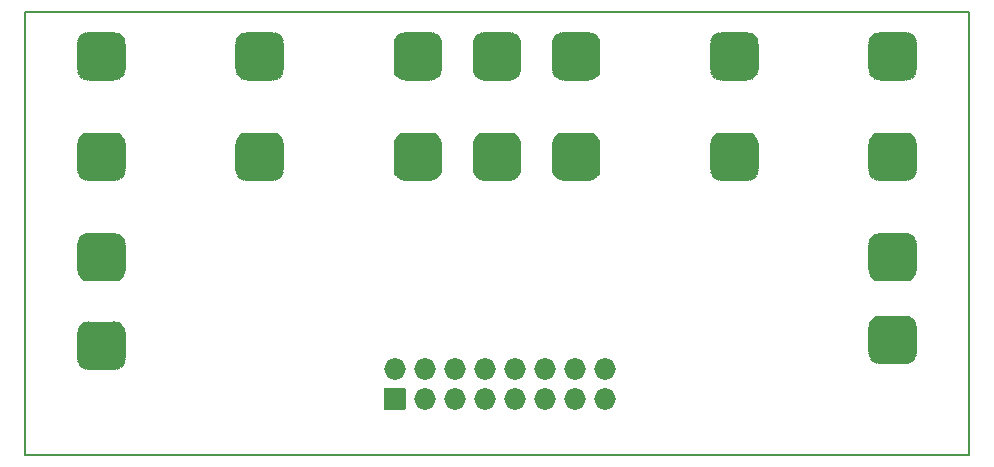
<source format=gbr>
G04 #@! TF.GenerationSoftware,KiCad,Pcbnew,(5.1.7-0-10_14)*
G04 #@! TF.CreationDate,2021-05-07T19:31:10+02:00*
G04 #@! TF.ProjectId,National Keyboard Mux Board,4e617469-6f6e-4616-9c20-4b6579626f61,rev?*
G04 #@! TF.SameCoordinates,Original*
G04 #@! TF.FileFunction,Soldermask,Bot*
G04 #@! TF.FilePolarity,Negative*
%FSLAX46Y46*%
G04 Gerber Fmt 4.6, Leading zero omitted, Abs format (unit mm)*
G04 Created by KiCad (PCBNEW (5.1.7-0-10_14)) date 2021-05-07 19:31:10*
%MOMM*%
%LPD*%
G01*
G04 APERTURE LIST*
G04 #@! TA.AperFunction,Profile*
%ADD10C,0.150000*%
G04 #@! TD*
%ADD11O,1.829200X1.829200*%
%ADD12C,0.100000*%
G04 APERTURE END LIST*
D10*
X70000000Y-102250000D02*
X70000000Y-64750000D01*
X150000000Y-102250000D02*
X70000000Y-102250000D01*
X150000000Y-64750000D02*
X150000000Y-102250000D01*
X70000000Y-64750000D02*
X150000000Y-64750000D01*
X70000000Y-102250000D02*
X70000000Y-64750000D01*
X150000000Y-102250000D02*
X70000000Y-102250000D01*
X150000000Y-64750000D02*
X150000000Y-102250000D01*
X70000000Y-64750000D02*
X150000000Y-64750000D01*
G36*
G01*
X102209600Y-98414600D02*
X100482400Y-98414600D01*
G75*
G02*
X100431400Y-98363600I0J51000D01*
G01*
X100431400Y-96636400D01*
G75*
G02*
X100482400Y-96585400I51000J0D01*
G01*
X102209600Y-96585400D01*
G75*
G02*
X102260600Y-96636400I0J-51000D01*
G01*
X102260600Y-98363600D01*
G75*
G02*
X102209600Y-98414600I-51000J0D01*
G01*
G37*
D11*
X101346000Y-94960000D03*
X103886000Y-97500000D03*
X103886000Y-94960000D03*
X106426000Y-97500000D03*
X106426000Y-94960000D03*
X108966000Y-97500000D03*
X108966000Y-94960000D03*
X111506000Y-97500000D03*
X111506000Y-94960000D03*
X114046000Y-97500000D03*
X114046000Y-94960000D03*
X116586000Y-97500000D03*
X116586000Y-94960000D03*
X119126000Y-97500000D03*
X119126000Y-94960000D03*
G36*
G01*
X74449000Y-86525500D02*
X74449000Y-84474500D01*
G75*
G02*
X75474500Y-83449000I1025500J0D01*
G01*
X77525500Y-83449000D01*
G75*
G02*
X78551000Y-84474500I0J-1025500D01*
G01*
X78551000Y-86525500D01*
G75*
G02*
X77525500Y-87551000I-1025500J0D01*
G01*
X75474500Y-87551000D01*
G75*
G02*
X74449000Y-86525500I0J1025500D01*
G01*
G37*
G36*
G01*
X74449000Y-94025500D02*
X74449000Y-91974500D01*
G75*
G02*
X75474500Y-90949000I1025500J0D01*
G01*
X77525500Y-90949000D01*
G75*
G02*
X78551000Y-91974500I0J-1025500D01*
G01*
X78551000Y-94025500D01*
G75*
G02*
X77525500Y-95051000I-1025500J0D01*
G01*
X75474500Y-95051000D01*
G75*
G02*
X74449000Y-94025500I0J1025500D01*
G01*
G37*
G36*
G01*
X74449000Y-69525500D02*
X74449000Y-67474500D01*
G75*
G02*
X75474500Y-66449000I1025500J0D01*
G01*
X77525500Y-66449000D01*
G75*
G02*
X78551000Y-67474500I0J-1025500D01*
G01*
X78551000Y-69525500D01*
G75*
G02*
X77525500Y-70551000I-1025500J0D01*
G01*
X75474500Y-70551000D01*
G75*
G02*
X74449000Y-69525500I0J1025500D01*
G01*
G37*
G36*
G01*
X74449000Y-78025500D02*
X74449000Y-75974500D01*
G75*
G02*
X75474500Y-74949000I1025500J0D01*
G01*
X77525500Y-74949000D01*
G75*
G02*
X78551000Y-75974500I0J-1025500D01*
G01*
X78551000Y-78025500D01*
G75*
G02*
X77525500Y-79051000I-1025500J0D01*
G01*
X75474500Y-79051000D01*
G75*
G02*
X74449000Y-78025500I0J1025500D01*
G01*
G37*
G36*
G01*
X87849000Y-69525500D02*
X87849000Y-67474500D01*
G75*
G02*
X88874500Y-66449000I1025500J0D01*
G01*
X90925500Y-66449000D01*
G75*
G02*
X91951000Y-67474500I0J-1025500D01*
G01*
X91951000Y-69525500D01*
G75*
G02*
X90925500Y-70551000I-1025500J0D01*
G01*
X88874500Y-70551000D01*
G75*
G02*
X87849000Y-69525500I0J1025500D01*
G01*
G37*
G36*
G01*
X87849000Y-78025500D02*
X87849000Y-75974500D01*
G75*
G02*
X88874500Y-74949000I1025500J0D01*
G01*
X90925500Y-74949000D01*
G75*
G02*
X91951000Y-75974500I0J-1025500D01*
G01*
X91951000Y-78025500D01*
G75*
G02*
X90925500Y-79051000I-1025500J0D01*
G01*
X88874500Y-79051000D01*
G75*
G02*
X87849000Y-78025500I0J1025500D01*
G01*
G37*
G36*
G01*
X101249000Y-69525500D02*
X101249000Y-67474500D01*
G75*
G02*
X102274500Y-66449000I1025500J0D01*
G01*
X104325500Y-66449000D01*
G75*
G02*
X105351000Y-67474500I0J-1025500D01*
G01*
X105351000Y-69525500D01*
G75*
G02*
X104325500Y-70551000I-1025500J0D01*
G01*
X102274500Y-70551000D01*
G75*
G02*
X101249000Y-69525500I0J1025500D01*
G01*
G37*
G36*
G01*
X101249000Y-78025500D02*
X101249000Y-75974500D01*
G75*
G02*
X102274500Y-74949000I1025500J0D01*
G01*
X104325500Y-74949000D01*
G75*
G02*
X105351000Y-75974500I0J-1025500D01*
G01*
X105351000Y-78025500D01*
G75*
G02*
X104325500Y-79051000I-1025500J0D01*
G01*
X102274500Y-79051000D01*
G75*
G02*
X101249000Y-78025500I0J1025500D01*
G01*
G37*
G36*
G01*
X114649000Y-69525500D02*
X114649000Y-67474500D01*
G75*
G02*
X115674500Y-66449000I1025500J0D01*
G01*
X117725500Y-66449000D01*
G75*
G02*
X118751000Y-67474500I0J-1025500D01*
G01*
X118751000Y-69525500D01*
G75*
G02*
X117725500Y-70551000I-1025500J0D01*
G01*
X115674500Y-70551000D01*
G75*
G02*
X114649000Y-69525500I0J1025500D01*
G01*
G37*
G36*
G01*
X114649000Y-78025500D02*
X114649000Y-75974500D01*
G75*
G02*
X115674500Y-74949000I1025500J0D01*
G01*
X117725500Y-74949000D01*
G75*
G02*
X118751000Y-75974500I0J-1025500D01*
G01*
X118751000Y-78025500D01*
G75*
G02*
X117725500Y-79051000I-1025500J0D01*
G01*
X115674500Y-79051000D01*
G75*
G02*
X114649000Y-78025500I0J1025500D01*
G01*
G37*
G36*
G01*
X128049000Y-69525500D02*
X128049000Y-67474500D01*
G75*
G02*
X129074500Y-66449000I1025500J0D01*
G01*
X131125500Y-66449000D01*
G75*
G02*
X132151000Y-67474500I0J-1025500D01*
G01*
X132151000Y-69525500D01*
G75*
G02*
X131125500Y-70551000I-1025500J0D01*
G01*
X129074500Y-70551000D01*
G75*
G02*
X128049000Y-69525500I0J1025500D01*
G01*
G37*
G36*
G01*
X128049000Y-78025500D02*
X128049000Y-75974500D01*
G75*
G02*
X129074500Y-74949000I1025500J0D01*
G01*
X131125500Y-74949000D01*
G75*
G02*
X132151000Y-75974500I0J-1025500D01*
G01*
X132151000Y-78025500D01*
G75*
G02*
X131125500Y-79051000I-1025500J0D01*
G01*
X129074500Y-79051000D01*
G75*
G02*
X128049000Y-78025500I0J1025500D01*
G01*
G37*
G36*
G01*
X141449000Y-69525500D02*
X141449000Y-67474500D01*
G75*
G02*
X142474500Y-66449000I1025500J0D01*
G01*
X144525500Y-66449000D01*
G75*
G02*
X145551000Y-67474500I0J-1025500D01*
G01*
X145551000Y-69525500D01*
G75*
G02*
X144525500Y-70551000I-1025500J0D01*
G01*
X142474500Y-70551000D01*
G75*
G02*
X141449000Y-69525500I0J1025500D01*
G01*
G37*
G36*
G01*
X141449000Y-78025500D02*
X141449000Y-75974500D01*
G75*
G02*
X142474500Y-74949000I1025500J0D01*
G01*
X144525500Y-74949000D01*
G75*
G02*
X145551000Y-75974500I0J-1025500D01*
G01*
X145551000Y-78025500D01*
G75*
G02*
X144525500Y-79051000I-1025500J0D01*
G01*
X142474500Y-79051000D01*
G75*
G02*
X141449000Y-78025500I0J1025500D01*
G01*
G37*
G36*
G01*
X141449000Y-86525500D02*
X141449000Y-84474500D01*
G75*
G02*
X142474500Y-83449000I1025500J0D01*
G01*
X144525500Y-83449000D01*
G75*
G02*
X145551000Y-84474500I0J-1025500D01*
G01*
X145551000Y-86525500D01*
G75*
G02*
X144525500Y-87551000I-1025500J0D01*
G01*
X142474500Y-87551000D01*
G75*
G02*
X141449000Y-86525500I0J1025500D01*
G01*
G37*
G36*
G01*
X141449000Y-93525500D02*
X141449000Y-91474500D01*
G75*
G02*
X142474500Y-90449000I1025500J0D01*
G01*
X144525500Y-90449000D01*
G75*
G02*
X145551000Y-91474500I0J-1025500D01*
G01*
X145551000Y-93525500D01*
G75*
G02*
X144525500Y-94551000I-1025500J0D01*
G01*
X142474500Y-94551000D01*
G75*
G02*
X141449000Y-93525500I0J1025500D01*
G01*
G37*
G36*
G01*
X107949000Y-69525500D02*
X107949000Y-67474500D01*
G75*
G02*
X108974500Y-66449000I1025500J0D01*
G01*
X111025500Y-66449000D01*
G75*
G02*
X112051000Y-67474500I0J-1025500D01*
G01*
X112051000Y-69525500D01*
G75*
G02*
X111025500Y-70551000I-1025500J0D01*
G01*
X108974500Y-70551000D01*
G75*
G02*
X107949000Y-69525500I0J1025500D01*
G01*
G37*
G36*
G01*
X107949000Y-78025500D02*
X107949000Y-75974500D01*
G75*
G02*
X108974500Y-74949000I1025500J0D01*
G01*
X111025500Y-74949000D01*
G75*
G02*
X112051000Y-75974500I0J-1025500D01*
G01*
X112051000Y-78025500D01*
G75*
G02*
X111025500Y-79051000I-1025500J0D01*
G01*
X108974500Y-79051000D01*
G75*
G02*
X107949000Y-78025500I0J1025500D01*
G01*
G37*
D12*
G36*
X74450990Y-94025304D02*
G01*
X74470675Y-94225170D01*
X74528919Y-94417173D01*
X74623499Y-94594121D01*
X74750783Y-94749217D01*
X74905879Y-94876501D01*
X75082827Y-94971081D01*
X75274830Y-95029325D01*
X75474696Y-95049010D01*
X75476322Y-95050175D01*
X75476126Y-95052165D01*
X75474500Y-95053000D01*
X75418140Y-95053000D01*
X75417944Y-95052990D01*
X75224052Y-95033893D01*
X75223667Y-95033817D01*
X75043124Y-94979050D01*
X75042762Y-94978900D01*
X74876380Y-94889967D01*
X74876054Y-94889749D01*
X74730215Y-94770062D01*
X74729938Y-94769785D01*
X74610251Y-94623946D01*
X74610033Y-94623620D01*
X74521100Y-94457238D01*
X74520950Y-94456876D01*
X74466183Y-94276333D01*
X74466107Y-94275948D01*
X74447010Y-94082056D01*
X74447000Y-94081860D01*
X74447000Y-94025500D01*
X74448000Y-94023768D01*
X74450000Y-94023768D01*
X74450990Y-94025304D01*
G37*
G36*
X78552165Y-94023874D02*
G01*
X78553000Y-94025500D01*
X78553000Y-94081860D01*
X78552990Y-94082056D01*
X78533893Y-94275948D01*
X78533817Y-94276333D01*
X78479050Y-94456876D01*
X78478900Y-94457238D01*
X78389967Y-94623620D01*
X78389749Y-94623946D01*
X78270062Y-94769785D01*
X78269785Y-94770062D01*
X78123946Y-94889749D01*
X78123620Y-94889967D01*
X77957238Y-94978900D01*
X77956876Y-94979050D01*
X77776333Y-95033817D01*
X77775948Y-95033893D01*
X77582056Y-95052990D01*
X77581860Y-95053000D01*
X77525500Y-95053000D01*
X77523768Y-95052000D01*
X77523768Y-95050000D01*
X77525304Y-95049010D01*
X77725170Y-95029325D01*
X77917173Y-94971081D01*
X78094121Y-94876501D01*
X78249217Y-94749217D01*
X78376501Y-94594121D01*
X78471081Y-94417173D01*
X78529325Y-94225170D01*
X78549010Y-94025304D01*
X78550175Y-94023678D01*
X78552165Y-94023874D01*
G37*
G36*
X141450990Y-93525304D02*
G01*
X141470675Y-93725170D01*
X141528919Y-93917173D01*
X141623499Y-94094121D01*
X141750783Y-94249217D01*
X141905879Y-94376501D01*
X142082827Y-94471081D01*
X142274830Y-94529325D01*
X142474696Y-94549010D01*
X142476322Y-94550175D01*
X142476126Y-94552165D01*
X142474500Y-94553000D01*
X142418140Y-94553000D01*
X142417944Y-94552990D01*
X142224052Y-94533893D01*
X142223667Y-94533817D01*
X142043124Y-94479050D01*
X142042762Y-94478900D01*
X141876380Y-94389967D01*
X141876054Y-94389749D01*
X141730215Y-94270062D01*
X141729938Y-94269785D01*
X141610251Y-94123946D01*
X141610033Y-94123620D01*
X141521100Y-93957238D01*
X141520950Y-93956876D01*
X141466183Y-93776333D01*
X141466107Y-93775948D01*
X141447010Y-93582056D01*
X141447000Y-93581860D01*
X141447000Y-93525500D01*
X141448000Y-93523768D01*
X141450000Y-93523768D01*
X141450990Y-93525304D01*
G37*
G36*
X145552165Y-93523874D02*
G01*
X145553000Y-93525500D01*
X145553000Y-93581860D01*
X145552990Y-93582056D01*
X145533893Y-93775948D01*
X145533817Y-93776333D01*
X145479050Y-93956876D01*
X145478900Y-93957238D01*
X145389967Y-94123620D01*
X145389749Y-94123946D01*
X145270062Y-94269785D01*
X145269785Y-94270062D01*
X145123946Y-94389749D01*
X145123620Y-94389967D01*
X144957238Y-94478900D01*
X144956876Y-94479050D01*
X144776333Y-94533817D01*
X144775948Y-94533893D01*
X144582056Y-94552990D01*
X144581860Y-94553000D01*
X144525500Y-94553000D01*
X144523768Y-94552000D01*
X144523768Y-94550000D01*
X144525304Y-94549010D01*
X144725170Y-94529325D01*
X144917173Y-94471081D01*
X145094121Y-94376501D01*
X145249217Y-94249217D01*
X145376501Y-94094121D01*
X145471081Y-93917173D01*
X145529325Y-93725170D01*
X145549010Y-93525304D01*
X145550175Y-93523678D01*
X145552165Y-93523874D01*
G37*
G36*
X75476232Y-90948000D02*
G01*
X75476232Y-90950000D01*
X75474696Y-90950990D01*
X75274830Y-90970675D01*
X75082827Y-91028919D01*
X74905879Y-91123499D01*
X74750783Y-91250783D01*
X74623499Y-91405879D01*
X74528919Y-91582827D01*
X74470675Y-91774830D01*
X74450990Y-91974696D01*
X74449825Y-91976322D01*
X74447835Y-91976126D01*
X74447000Y-91974500D01*
X74447000Y-91918140D01*
X74447010Y-91917944D01*
X74466107Y-91724052D01*
X74466183Y-91723667D01*
X74520950Y-91543124D01*
X74521100Y-91542762D01*
X74610033Y-91376380D01*
X74610251Y-91376054D01*
X74729938Y-91230215D01*
X74730215Y-91229938D01*
X74876054Y-91110251D01*
X74876380Y-91110033D01*
X75042762Y-91021100D01*
X75043124Y-91020950D01*
X75223667Y-90966183D01*
X75224052Y-90966107D01*
X75417944Y-90947010D01*
X75418140Y-90947000D01*
X75474500Y-90947000D01*
X75476232Y-90948000D01*
G37*
G36*
X77582056Y-90947010D02*
G01*
X77775948Y-90966107D01*
X77776333Y-90966183D01*
X77956876Y-91020950D01*
X77957238Y-91021100D01*
X78123620Y-91110033D01*
X78123946Y-91110251D01*
X78269785Y-91229938D01*
X78270062Y-91230215D01*
X78389749Y-91376054D01*
X78389967Y-91376380D01*
X78478900Y-91542762D01*
X78479050Y-91543124D01*
X78533817Y-91723667D01*
X78533893Y-91724052D01*
X78552990Y-91917944D01*
X78553000Y-91918140D01*
X78553000Y-91974500D01*
X78552000Y-91976232D01*
X78550000Y-91976232D01*
X78549010Y-91974696D01*
X78529325Y-91774830D01*
X78471081Y-91582827D01*
X78376501Y-91405879D01*
X78249217Y-91250783D01*
X78094121Y-91123499D01*
X77917173Y-91028919D01*
X77725170Y-90970675D01*
X77525304Y-90950990D01*
X77523678Y-90949825D01*
X77523874Y-90947835D01*
X77525500Y-90947000D01*
X77581860Y-90947000D01*
X77582056Y-90947010D01*
G37*
G36*
X142476232Y-90448000D02*
G01*
X142476232Y-90450000D01*
X142474696Y-90450990D01*
X142274830Y-90470675D01*
X142082827Y-90528919D01*
X141905879Y-90623499D01*
X141750783Y-90750783D01*
X141623499Y-90905879D01*
X141528919Y-91082827D01*
X141470675Y-91274830D01*
X141450990Y-91474696D01*
X141449825Y-91476322D01*
X141447835Y-91476126D01*
X141447000Y-91474500D01*
X141447000Y-91418140D01*
X141447010Y-91417944D01*
X141466107Y-91224052D01*
X141466183Y-91223667D01*
X141520950Y-91043124D01*
X141521100Y-91042762D01*
X141610033Y-90876380D01*
X141610251Y-90876054D01*
X141729938Y-90730215D01*
X141730215Y-90729938D01*
X141876054Y-90610251D01*
X141876380Y-90610033D01*
X142042762Y-90521100D01*
X142043124Y-90520950D01*
X142223667Y-90466183D01*
X142224052Y-90466107D01*
X142417944Y-90447010D01*
X142418140Y-90447000D01*
X142474500Y-90447000D01*
X142476232Y-90448000D01*
G37*
G36*
X144582056Y-90447010D02*
G01*
X144775948Y-90466107D01*
X144776333Y-90466183D01*
X144956876Y-90520950D01*
X144957238Y-90521100D01*
X145123620Y-90610033D01*
X145123946Y-90610251D01*
X145269785Y-90729938D01*
X145270062Y-90730215D01*
X145389749Y-90876054D01*
X145389967Y-90876380D01*
X145478900Y-91042762D01*
X145479050Y-91043124D01*
X145533817Y-91223667D01*
X145533893Y-91224052D01*
X145552990Y-91417944D01*
X145553000Y-91418140D01*
X145553000Y-91474500D01*
X145552000Y-91476232D01*
X145550000Y-91476232D01*
X145549010Y-91474696D01*
X145529325Y-91274830D01*
X145471081Y-91082827D01*
X145376501Y-90905879D01*
X145249217Y-90750783D01*
X145094121Y-90623499D01*
X144917173Y-90528919D01*
X144725170Y-90470675D01*
X144525304Y-90450990D01*
X144523678Y-90449825D01*
X144523874Y-90447835D01*
X144525500Y-90447000D01*
X144581860Y-90447000D01*
X144582056Y-90447010D01*
G37*
G36*
X141450990Y-86525304D02*
G01*
X141470675Y-86725170D01*
X141528919Y-86917173D01*
X141623499Y-87094121D01*
X141750783Y-87249217D01*
X141905879Y-87376501D01*
X142082827Y-87471081D01*
X142274830Y-87529325D01*
X142474696Y-87549010D01*
X142476322Y-87550175D01*
X142476126Y-87552165D01*
X142474500Y-87553000D01*
X142418140Y-87553000D01*
X142417944Y-87552990D01*
X142224052Y-87533893D01*
X142223667Y-87533817D01*
X142043124Y-87479050D01*
X142042762Y-87478900D01*
X141876380Y-87389967D01*
X141876054Y-87389749D01*
X141730215Y-87270062D01*
X141729938Y-87269785D01*
X141610251Y-87123946D01*
X141610033Y-87123620D01*
X141521100Y-86957238D01*
X141520950Y-86956876D01*
X141466183Y-86776333D01*
X141466107Y-86775948D01*
X141447010Y-86582056D01*
X141447000Y-86581860D01*
X141447000Y-86525500D01*
X141448000Y-86523768D01*
X141450000Y-86523768D01*
X141450990Y-86525304D01*
G37*
G36*
X145552165Y-86523874D02*
G01*
X145553000Y-86525500D01*
X145553000Y-86581860D01*
X145552990Y-86582056D01*
X145533893Y-86775948D01*
X145533817Y-86776333D01*
X145479050Y-86956876D01*
X145478900Y-86957238D01*
X145389967Y-87123620D01*
X145389749Y-87123946D01*
X145270062Y-87269785D01*
X145269785Y-87270062D01*
X145123946Y-87389749D01*
X145123620Y-87389967D01*
X144957238Y-87478900D01*
X144956876Y-87479050D01*
X144776333Y-87533817D01*
X144775948Y-87533893D01*
X144582056Y-87552990D01*
X144581860Y-87553000D01*
X144525500Y-87553000D01*
X144523768Y-87552000D01*
X144523768Y-87550000D01*
X144525304Y-87549010D01*
X144725170Y-87529325D01*
X144917173Y-87471081D01*
X145094121Y-87376501D01*
X145249217Y-87249217D01*
X145376501Y-87094121D01*
X145471081Y-86917173D01*
X145529325Y-86725170D01*
X145549010Y-86525304D01*
X145550175Y-86523678D01*
X145552165Y-86523874D01*
G37*
G36*
X78552165Y-86523874D02*
G01*
X78553000Y-86525500D01*
X78553000Y-86581860D01*
X78552990Y-86582056D01*
X78533893Y-86775948D01*
X78533817Y-86776333D01*
X78479050Y-86956876D01*
X78478900Y-86957238D01*
X78389967Y-87123620D01*
X78389749Y-87123946D01*
X78270062Y-87269785D01*
X78269785Y-87270062D01*
X78123946Y-87389749D01*
X78123620Y-87389967D01*
X77957238Y-87478900D01*
X77956876Y-87479050D01*
X77776333Y-87533817D01*
X77775948Y-87533893D01*
X77582056Y-87552990D01*
X77581860Y-87553000D01*
X77525500Y-87553000D01*
X77523768Y-87552000D01*
X77523768Y-87550000D01*
X77525304Y-87549010D01*
X77725170Y-87529325D01*
X77917173Y-87471081D01*
X78094121Y-87376501D01*
X78249217Y-87249217D01*
X78376501Y-87094121D01*
X78471081Y-86917173D01*
X78529325Y-86725170D01*
X78549010Y-86525304D01*
X78550175Y-86523678D01*
X78552165Y-86523874D01*
G37*
G36*
X74450990Y-86525304D02*
G01*
X74470675Y-86725170D01*
X74528919Y-86917173D01*
X74623499Y-87094121D01*
X74750783Y-87249217D01*
X74905879Y-87376501D01*
X75082827Y-87471081D01*
X75274830Y-87529325D01*
X75474696Y-87549010D01*
X75476322Y-87550175D01*
X75476126Y-87552165D01*
X75474500Y-87553000D01*
X75418140Y-87553000D01*
X75417944Y-87552990D01*
X75224052Y-87533893D01*
X75223667Y-87533817D01*
X75043124Y-87479050D01*
X75042762Y-87478900D01*
X74876380Y-87389967D01*
X74876054Y-87389749D01*
X74730215Y-87270062D01*
X74729938Y-87269785D01*
X74610251Y-87123946D01*
X74610033Y-87123620D01*
X74521100Y-86957238D01*
X74520950Y-86956876D01*
X74466183Y-86776333D01*
X74466107Y-86775948D01*
X74447010Y-86582056D01*
X74447000Y-86581860D01*
X74447000Y-86525500D01*
X74448000Y-86523768D01*
X74450000Y-86523768D01*
X74450990Y-86525304D01*
G37*
G36*
X75476232Y-83448000D02*
G01*
X75476232Y-83450000D01*
X75474696Y-83450990D01*
X75274830Y-83470675D01*
X75082827Y-83528919D01*
X74905879Y-83623499D01*
X74750783Y-83750783D01*
X74623499Y-83905879D01*
X74528919Y-84082827D01*
X74470675Y-84274830D01*
X74450990Y-84474696D01*
X74449825Y-84476322D01*
X74447835Y-84476126D01*
X74447000Y-84474500D01*
X74447000Y-84418140D01*
X74447010Y-84417944D01*
X74466107Y-84224052D01*
X74466183Y-84223667D01*
X74520950Y-84043124D01*
X74521100Y-84042762D01*
X74610033Y-83876380D01*
X74610251Y-83876054D01*
X74729938Y-83730215D01*
X74730215Y-83729938D01*
X74876054Y-83610251D01*
X74876380Y-83610033D01*
X75042762Y-83521100D01*
X75043124Y-83520950D01*
X75223667Y-83466183D01*
X75224052Y-83466107D01*
X75417944Y-83447010D01*
X75418140Y-83447000D01*
X75474500Y-83447000D01*
X75476232Y-83448000D01*
G37*
G36*
X142476232Y-83448000D02*
G01*
X142476232Y-83450000D01*
X142474696Y-83450990D01*
X142274830Y-83470675D01*
X142082827Y-83528919D01*
X141905879Y-83623499D01*
X141750783Y-83750783D01*
X141623499Y-83905879D01*
X141528919Y-84082827D01*
X141470675Y-84274830D01*
X141450990Y-84474696D01*
X141449825Y-84476322D01*
X141447835Y-84476126D01*
X141447000Y-84474500D01*
X141447000Y-84418140D01*
X141447010Y-84417944D01*
X141466107Y-84224052D01*
X141466183Y-84223667D01*
X141520950Y-84043124D01*
X141521100Y-84042762D01*
X141610033Y-83876380D01*
X141610251Y-83876054D01*
X141729938Y-83730215D01*
X141730215Y-83729938D01*
X141876054Y-83610251D01*
X141876380Y-83610033D01*
X142042762Y-83521100D01*
X142043124Y-83520950D01*
X142223667Y-83466183D01*
X142224052Y-83466107D01*
X142417944Y-83447010D01*
X142418140Y-83447000D01*
X142474500Y-83447000D01*
X142476232Y-83448000D01*
G37*
G36*
X77582056Y-83447010D02*
G01*
X77775948Y-83466107D01*
X77776333Y-83466183D01*
X77956876Y-83520950D01*
X77957238Y-83521100D01*
X78123620Y-83610033D01*
X78123946Y-83610251D01*
X78269785Y-83729938D01*
X78270062Y-83730215D01*
X78389749Y-83876054D01*
X78389967Y-83876380D01*
X78478900Y-84042762D01*
X78479050Y-84043124D01*
X78533817Y-84223667D01*
X78533893Y-84224052D01*
X78552990Y-84417944D01*
X78553000Y-84418140D01*
X78553000Y-84474500D01*
X78552000Y-84476232D01*
X78550000Y-84476232D01*
X78549010Y-84474696D01*
X78529325Y-84274830D01*
X78471081Y-84082827D01*
X78376501Y-83905879D01*
X78249217Y-83750783D01*
X78094121Y-83623499D01*
X77917173Y-83528919D01*
X77725170Y-83470675D01*
X77525304Y-83450990D01*
X77523678Y-83449825D01*
X77523874Y-83447835D01*
X77525500Y-83447000D01*
X77581860Y-83447000D01*
X77582056Y-83447010D01*
G37*
G36*
X144582056Y-83447010D02*
G01*
X144775948Y-83466107D01*
X144776333Y-83466183D01*
X144956876Y-83520950D01*
X144957238Y-83521100D01*
X145123620Y-83610033D01*
X145123946Y-83610251D01*
X145269785Y-83729938D01*
X145270062Y-83730215D01*
X145389749Y-83876054D01*
X145389967Y-83876380D01*
X145478900Y-84042762D01*
X145479050Y-84043124D01*
X145533817Y-84223667D01*
X145533893Y-84224052D01*
X145552990Y-84417944D01*
X145553000Y-84418140D01*
X145553000Y-84474500D01*
X145552000Y-84476232D01*
X145550000Y-84476232D01*
X145549010Y-84474696D01*
X145529325Y-84274830D01*
X145471081Y-84082827D01*
X145376501Y-83905879D01*
X145249217Y-83750783D01*
X145094121Y-83623499D01*
X144917173Y-83528919D01*
X144725170Y-83470675D01*
X144525304Y-83450990D01*
X144523678Y-83449825D01*
X144523874Y-83447835D01*
X144525500Y-83447000D01*
X144581860Y-83447000D01*
X144582056Y-83447010D01*
G37*
G36*
X145552165Y-78023874D02*
G01*
X145553000Y-78025500D01*
X145553000Y-78081860D01*
X145552990Y-78082056D01*
X145533893Y-78275948D01*
X145533817Y-78276333D01*
X145479050Y-78456876D01*
X145478900Y-78457238D01*
X145389967Y-78623620D01*
X145389749Y-78623946D01*
X145270062Y-78769785D01*
X145269785Y-78770062D01*
X145123946Y-78889749D01*
X145123620Y-78889967D01*
X144957238Y-78978900D01*
X144956876Y-78979050D01*
X144776333Y-79033817D01*
X144775948Y-79033893D01*
X144582056Y-79052990D01*
X144581860Y-79053000D01*
X144525500Y-79053000D01*
X144523768Y-79052000D01*
X144523768Y-79050000D01*
X144525304Y-79049010D01*
X144725170Y-79029325D01*
X144917173Y-78971081D01*
X145094121Y-78876501D01*
X145249217Y-78749217D01*
X145376501Y-78594121D01*
X145471081Y-78417173D01*
X145529325Y-78225170D01*
X145549010Y-78025304D01*
X145550175Y-78023678D01*
X145552165Y-78023874D01*
G37*
G36*
X132152165Y-78023874D02*
G01*
X132153000Y-78025500D01*
X132153000Y-78081860D01*
X132152990Y-78082056D01*
X132133893Y-78275948D01*
X132133817Y-78276333D01*
X132079050Y-78456876D01*
X132078900Y-78457238D01*
X131989967Y-78623620D01*
X131989749Y-78623946D01*
X131870062Y-78769785D01*
X131869785Y-78770062D01*
X131723946Y-78889749D01*
X131723620Y-78889967D01*
X131557238Y-78978900D01*
X131556876Y-78979050D01*
X131376333Y-79033817D01*
X131375948Y-79033893D01*
X131182056Y-79052990D01*
X131181860Y-79053000D01*
X131125500Y-79053000D01*
X131123768Y-79052000D01*
X131123768Y-79050000D01*
X131125304Y-79049010D01*
X131325170Y-79029325D01*
X131517173Y-78971081D01*
X131694121Y-78876501D01*
X131849217Y-78749217D01*
X131976501Y-78594121D01*
X132071081Y-78417173D01*
X132129325Y-78225170D01*
X132149010Y-78025304D01*
X132150175Y-78023678D01*
X132152165Y-78023874D01*
G37*
G36*
X118752165Y-78023874D02*
G01*
X118753000Y-78025500D01*
X118753000Y-78081860D01*
X118752990Y-78082056D01*
X118733893Y-78275948D01*
X118733817Y-78276333D01*
X118679050Y-78456876D01*
X118678900Y-78457238D01*
X118589967Y-78623620D01*
X118589749Y-78623946D01*
X118470062Y-78769785D01*
X118469785Y-78770062D01*
X118323946Y-78889749D01*
X118323620Y-78889967D01*
X118157238Y-78978900D01*
X118156876Y-78979050D01*
X117976333Y-79033817D01*
X117975948Y-79033893D01*
X117782056Y-79052990D01*
X117781860Y-79053000D01*
X117725500Y-79053000D01*
X117723768Y-79052000D01*
X117723768Y-79050000D01*
X117725304Y-79049010D01*
X117925170Y-79029325D01*
X118117173Y-78971081D01*
X118294121Y-78876501D01*
X118449217Y-78749217D01*
X118576501Y-78594121D01*
X118671081Y-78417173D01*
X118729325Y-78225170D01*
X118749010Y-78025304D01*
X118750175Y-78023678D01*
X118752165Y-78023874D01*
G37*
G36*
X112052165Y-78023874D02*
G01*
X112053000Y-78025500D01*
X112053000Y-78081860D01*
X112052990Y-78082056D01*
X112033893Y-78275948D01*
X112033817Y-78276333D01*
X111979050Y-78456876D01*
X111978900Y-78457238D01*
X111889967Y-78623620D01*
X111889749Y-78623946D01*
X111770062Y-78769785D01*
X111769785Y-78770062D01*
X111623946Y-78889749D01*
X111623620Y-78889967D01*
X111457238Y-78978900D01*
X111456876Y-78979050D01*
X111276333Y-79033817D01*
X111275948Y-79033893D01*
X111082056Y-79052990D01*
X111081860Y-79053000D01*
X111025500Y-79053000D01*
X111023768Y-79052000D01*
X111023768Y-79050000D01*
X111025304Y-79049010D01*
X111225170Y-79029325D01*
X111417173Y-78971081D01*
X111594121Y-78876501D01*
X111749217Y-78749217D01*
X111876501Y-78594121D01*
X111971081Y-78417173D01*
X112029325Y-78225170D01*
X112049010Y-78025304D01*
X112050175Y-78023678D01*
X112052165Y-78023874D01*
G37*
G36*
X105352165Y-78023874D02*
G01*
X105353000Y-78025500D01*
X105353000Y-78081860D01*
X105352990Y-78082056D01*
X105333893Y-78275948D01*
X105333817Y-78276333D01*
X105279050Y-78456876D01*
X105278900Y-78457238D01*
X105189967Y-78623620D01*
X105189749Y-78623946D01*
X105070062Y-78769785D01*
X105069785Y-78770062D01*
X104923946Y-78889749D01*
X104923620Y-78889967D01*
X104757238Y-78978900D01*
X104756876Y-78979050D01*
X104576333Y-79033817D01*
X104575948Y-79033893D01*
X104382056Y-79052990D01*
X104381860Y-79053000D01*
X104325500Y-79053000D01*
X104323768Y-79052000D01*
X104323768Y-79050000D01*
X104325304Y-79049010D01*
X104525170Y-79029325D01*
X104717173Y-78971081D01*
X104894121Y-78876501D01*
X105049217Y-78749217D01*
X105176501Y-78594121D01*
X105271081Y-78417173D01*
X105329325Y-78225170D01*
X105349010Y-78025304D01*
X105350175Y-78023678D01*
X105352165Y-78023874D01*
G37*
G36*
X91952165Y-78023874D02*
G01*
X91953000Y-78025500D01*
X91953000Y-78081860D01*
X91952990Y-78082056D01*
X91933893Y-78275948D01*
X91933817Y-78276333D01*
X91879050Y-78456876D01*
X91878900Y-78457238D01*
X91789967Y-78623620D01*
X91789749Y-78623946D01*
X91670062Y-78769785D01*
X91669785Y-78770062D01*
X91523946Y-78889749D01*
X91523620Y-78889967D01*
X91357238Y-78978900D01*
X91356876Y-78979050D01*
X91176333Y-79033817D01*
X91175948Y-79033893D01*
X90982056Y-79052990D01*
X90981860Y-79053000D01*
X90925500Y-79053000D01*
X90923768Y-79052000D01*
X90923768Y-79050000D01*
X90925304Y-79049010D01*
X91125170Y-79029325D01*
X91317173Y-78971081D01*
X91494121Y-78876501D01*
X91649217Y-78749217D01*
X91776501Y-78594121D01*
X91871081Y-78417173D01*
X91929325Y-78225170D01*
X91949010Y-78025304D01*
X91950175Y-78023678D01*
X91952165Y-78023874D01*
G37*
G36*
X78552165Y-78023874D02*
G01*
X78553000Y-78025500D01*
X78553000Y-78081860D01*
X78552990Y-78082056D01*
X78533893Y-78275948D01*
X78533817Y-78276333D01*
X78479050Y-78456876D01*
X78478900Y-78457238D01*
X78389967Y-78623620D01*
X78389749Y-78623946D01*
X78270062Y-78769785D01*
X78269785Y-78770062D01*
X78123946Y-78889749D01*
X78123620Y-78889967D01*
X77957238Y-78978900D01*
X77956876Y-78979050D01*
X77776333Y-79033817D01*
X77775948Y-79033893D01*
X77582056Y-79052990D01*
X77581860Y-79053000D01*
X77525500Y-79053000D01*
X77523768Y-79052000D01*
X77523768Y-79050000D01*
X77525304Y-79049010D01*
X77725170Y-79029325D01*
X77917173Y-78971081D01*
X78094121Y-78876501D01*
X78249217Y-78749217D01*
X78376501Y-78594121D01*
X78471081Y-78417173D01*
X78529325Y-78225170D01*
X78549010Y-78025304D01*
X78550175Y-78023678D01*
X78552165Y-78023874D01*
G37*
G36*
X74450990Y-78025304D02*
G01*
X74470675Y-78225170D01*
X74528919Y-78417173D01*
X74623499Y-78594121D01*
X74750783Y-78749217D01*
X74905879Y-78876501D01*
X75082827Y-78971081D01*
X75274830Y-79029325D01*
X75474696Y-79049010D01*
X75476322Y-79050175D01*
X75476126Y-79052165D01*
X75474500Y-79053000D01*
X75418140Y-79053000D01*
X75417944Y-79052990D01*
X75224052Y-79033893D01*
X75223667Y-79033817D01*
X75043124Y-78979050D01*
X75042762Y-78978900D01*
X74876380Y-78889967D01*
X74876054Y-78889749D01*
X74730215Y-78770062D01*
X74729938Y-78769785D01*
X74610251Y-78623946D01*
X74610033Y-78623620D01*
X74521100Y-78457238D01*
X74520950Y-78456876D01*
X74466183Y-78276333D01*
X74466107Y-78275948D01*
X74447010Y-78082056D01*
X74447000Y-78081860D01*
X74447000Y-78025500D01*
X74448000Y-78023768D01*
X74450000Y-78023768D01*
X74450990Y-78025304D01*
G37*
G36*
X87850990Y-78025304D02*
G01*
X87870675Y-78225170D01*
X87928919Y-78417173D01*
X88023499Y-78594121D01*
X88150783Y-78749217D01*
X88305879Y-78876501D01*
X88482827Y-78971081D01*
X88674830Y-79029325D01*
X88874696Y-79049010D01*
X88876322Y-79050175D01*
X88876126Y-79052165D01*
X88874500Y-79053000D01*
X88818140Y-79053000D01*
X88817944Y-79052990D01*
X88624052Y-79033893D01*
X88623667Y-79033817D01*
X88443124Y-78979050D01*
X88442762Y-78978900D01*
X88276380Y-78889967D01*
X88276054Y-78889749D01*
X88130215Y-78770062D01*
X88129938Y-78769785D01*
X88010251Y-78623946D01*
X88010033Y-78623620D01*
X87921100Y-78457238D01*
X87920950Y-78456876D01*
X87866183Y-78276333D01*
X87866107Y-78275948D01*
X87847010Y-78082056D01*
X87847000Y-78081860D01*
X87847000Y-78025500D01*
X87848000Y-78023768D01*
X87850000Y-78023768D01*
X87850990Y-78025304D01*
G37*
G36*
X101250990Y-78025304D02*
G01*
X101270675Y-78225170D01*
X101328919Y-78417173D01*
X101423499Y-78594121D01*
X101550783Y-78749217D01*
X101705879Y-78876501D01*
X101882827Y-78971081D01*
X102074830Y-79029325D01*
X102274696Y-79049010D01*
X102276322Y-79050175D01*
X102276126Y-79052165D01*
X102274500Y-79053000D01*
X102218140Y-79053000D01*
X102217944Y-79052990D01*
X102024052Y-79033893D01*
X102023667Y-79033817D01*
X101843124Y-78979050D01*
X101842762Y-78978900D01*
X101676380Y-78889967D01*
X101676054Y-78889749D01*
X101530215Y-78770062D01*
X101529938Y-78769785D01*
X101410251Y-78623946D01*
X101410033Y-78623620D01*
X101321100Y-78457238D01*
X101320950Y-78456876D01*
X101266183Y-78276333D01*
X101266107Y-78275948D01*
X101247010Y-78082056D01*
X101247000Y-78081860D01*
X101247000Y-78025500D01*
X101248000Y-78023768D01*
X101250000Y-78023768D01*
X101250990Y-78025304D01*
G37*
G36*
X107950990Y-78025304D02*
G01*
X107970675Y-78225170D01*
X108028919Y-78417173D01*
X108123499Y-78594121D01*
X108250783Y-78749217D01*
X108405879Y-78876501D01*
X108582827Y-78971081D01*
X108774830Y-79029325D01*
X108974696Y-79049010D01*
X108976322Y-79050175D01*
X108976126Y-79052165D01*
X108974500Y-79053000D01*
X108918140Y-79053000D01*
X108917944Y-79052990D01*
X108724052Y-79033893D01*
X108723667Y-79033817D01*
X108543124Y-78979050D01*
X108542762Y-78978900D01*
X108376380Y-78889967D01*
X108376054Y-78889749D01*
X108230215Y-78770062D01*
X108229938Y-78769785D01*
X108110251Y-78623946D01*
X108110033Y-78623620D01*
X108021100Y-78457238D01*
X108020950Y-78456876D01*
X107966183Y-78276333D01*
X107966107Y-78275948D01*
X107947010Y-78082056D01*
X107947000Y-78081860D01*
X107947000Y-78025500D01*
X107948000Y-78023768D01*
X107950000Y-78023768D01*
X107950990Y-78025304D01*
G37*
G36*
X114650990Y-78025304D02*
G01*
X114670675Y-78225170D01*
X114728919Y-78417173D01*
X114823499Y-78594121D01*
X114950783Y-78749217D01*
X115105879Y-78876501D01*
X115282827Y-78971081D01*
X115474830Y-79029325D01*
X115674696Y-79049010D01*
X115676322Y-79050175D01*
X115676126Y-79052165D01*
X115674500Y-79053000D01*
X115618140Y-79053000D01*
X115617944Y-79052990D01*
X115424052Y-79033893D01*
X115423667Y-79033817D01*
X115243124Y-78979050D01*
X115242762Y-78978900D01*
X115076380Y-78889967D01*
X115076054Y-78889749D01*
X114930215Y-78770062D01*
X114929938Y-78769785D01*
X114810251Y-78623946D01*
X114810033Y-78623620D01*
X114721100Y-78457238D01*
X114720950Y-78456876D01*
X114666183Y-78276333D01*
X114666107Y-78275948D01*
X114647010Y-78082056D01*
X114647000Y-78081860D01*
X114647000Y-78025500D01*
X114648000Y-78023768D01*
X114650000Y-78023768D01*
X114650990Y-78025304D01*
G37*
G36*
X128050990Y-78025304D02*
G01*
X128070675Y-78225170D01*
X128128919Y-78417173D01*
X128223499Y-78594121D01*
X128350783Y-78749217D01*
X128505879Y-78876501D01*
X128682827Y-78971081D01*
X128874830Y-79029325D01*
X129074696Y-79049010D01*
X129076322Y-79050175D01*
X129076126Y-79052165D01*
X129074500Y-79053000D01*
X129018140Y-79053000D01*
X129017944Y-79052990D01*
X128824052Y-79033893D01*
X128823667Y-79033817D01*
X128643124Y-78979050D01*
X128642762Y-78978900D01*
X128476380Y-78889967D01*
X128476054Y-78889749D01*
X128330215Y-78770062D01*
X128329938Y-78769785D01*
X128210251Y-78623946D01*
X128210033Y-78623620D01*
X128121100Y-78457238D01*
X128120950Y-78456876D01*
X128066183Y-78276333D01*
X128066107Y-78275948D01*
X128047010Y-78082056D01*
X128047000Y-78081860D01*
X128047000Y-78025500D01*
X128048000Y-78023768D01*
X128050000Y-78023768D01*
X128050990Y-78025304D01*
G37*
G36*
X141450990Y-78025304D02*
G01*
X141470675Y-78225170D01*
X141528919Y-78417173D01*
X141623499Y-78594121D01*
X141750783Y-78749217D01*
X141905879Y-78876501D01*
X142082827Y-78971081D01*
X142274830Y-79029325D01*
X142474696Y-79049010D01*
X142476322Y-79050175D01*
X142476126Y-79052165D01*
X142474500Y-79053000D01*
X142418140Y-79053000D01*
X142417944Y-79052990D01*
X142224052Y-79033893D01*
X142223667Y-79033817D01*
X142043124Y-78979050D01*
X142042762Y-78978900D01*
X141876380Y-78889967D01*
X141876054Y-78889749D01*
X141730215Y-78770062D01*
X141729938Y-78769785D01*
X141610251Y-78623946D01*
X141610033Y-78623620D01*
X141521100Y-78457238D01*
X141520950Y-78456876D01*
X141466183Y-78276333D01*
X141466107Y-78275948D01*
X141447010Y-78082056D01*
X141447000Y-78081860D01*
X141447000Y-78025500D01*
X141448000Y-78023768D01*
X141450000Y-78023768D01*
X141450990Y-78025304D01*
G37*
G36*
X102276232Y-74948000D02*
G01*
X102276232Y-74950000D01*
X102274696Y-74950990D01*
X102074830Y-74970675D01*
X101882827Y-75028919D01*
X101705879Y-75123499D01*
X101550783Y-75250783D01*
X101423499Y-75405879D01*
X101328919Y-75582827D01*
X101270675Y-75774830D01*
X101250990Y-75974696D01*
X101249825Y-75976322D01*
X101247835Y-75976126D01*
X101247000Y-75974500D01*
X101247000Y-75918140D01*
X101247010Y-75917944D01*
X101266107Y-75724052D01*
X101266183Y-75723667D01*
X101320950Y-75543124D01*
X101321100Y-75542762D01*
X101410033Y-75376380D01*
X101410251Y-75376054D01*
X101529938Y-75230215D01*
X101530215Y-75229938D01*
X101676054Y-75110251D01*
X101676380Y-75110033D01*
X101842762Y-75021100D01*
X101843124Y-75020950D01*
X102023667Y-74966183D01*
X102024052Y-74966107D01*
X102217944Y-74947010D01*
X102218140Y-74947000D01*
X102274500Y-74947000D01*
X102276232Y-74948000D01*
G37*
G36*
X115676232Y-74948000D02*
G01*
X115676232Y-74950000D01*
X115674696Y-74950990D01*
X115474830Y-74970675D01*
X115282827Y-75028919D01*
X115105879Y-75123499D01*
X114950783Y-75250783D01*
X114823499Y-75405879D01*
X114728919Y-75582827D01*
X114670675Y-75774830D01*
X114650990Y-75974696D01*
X114649825Y-75976322D01*
X114647835Y-75976126D01*
X114647000Y-75974500D01*
X114647000Y-75918140D01*
X114647010Y-75917944D01*
X114666107Y-75724052D01*
X114666183Y-75723667D01*
X114720950Y-75543124D01*
X114721100Y-75542762D01*
X114810033Y-75376380D01*
X114810251Y-75376054D01*
X114929938Y-75230215D01*
X114930215Y-75229938D01*
X115076054Y-75110251D01*
X115076380Y-75110033D01*
X115242762Y-75021100D01*
X115243124Y-75020950D01*
X115423667Y-74966183D01*
X115424052Y-74966107D01*
X115617944Y-74947010D01*
X115618140Y-74947000D01*
X115674500Y-74947000D01*
X115676232Y-74948000D01*
G37*
G36*
X108976232Y-74948000D02*
G01*
X108976232Y-74950000D01*
X108974696Y-74950990D01*
X108774830Y-74970675D01*
X108582827Y-75028919D01*
X108405879Y-75123499D01*
X108250783Y-75250783D01*
X108123499Y-75405879D01*
X108028919Y-75582827D01*
X107970675Y-75774830D01*
X107950990Y-75974696D01*
X107949825Y-75976322D01*
X107947835Y-75976126D01*
X107947000Y-75974500D01*
X107947000Y-75918140D01*
X107947010Y-75917944D01*
X107966107Y-75724052D01*
X107966183Y-75723667D01*
X108020950Y-75543124D01*
X108021100Y-75542762D01*
X108110033Y-75376380D01*
X108110251Y-75376054D01*
X108229938Y-75230215D01*
X108230215Y-75229938D01*
X108376054Y-75110251D01*
X108376380Y-75110033D01*
X108542762Y-75021100D01*
X108543124Y-75020950D01*
X108723667Y-74966183D01*
X108724052Y-74966107D01*
X108917944Y-74947010D01*
X108918140Y-74947000D01*
X108974500Y-74947000D01*
X108976232Y-74948000D01*
G37*
G36*
X129076232Y-74948000D02*
G01*
X129076232Y-74950000D01*
X129074696Y-74950990D01*
X128874830Y-74970675D01*
X128682827Y-75028919D01*
X128505879Y-75123499D01*
X128350783Y-75250783D01*
X128223499Y-75405879D01*
X128128919Y-75582827D01*
X128070675Y-75774830D01*
X128050990Y-75974696D01*
X128049825Y-75976322D01*
X128047835Y-75976126D01*
X128047000Y-75974500D01*
X128047000Y-75918140D01*
X128047010Y-75917944D01*
X128066107Y-75724052D01*
X128066183Y-75723667D01*
X128120950Y-75543124D01*
X128121100Y-75542762D01*
X128210033Y-75376380D01*
X128210251Y-75376054D01*
X128329938Y-75230215D01*
X128330215Y-75229938D01*
X128476054Y-75110251D01*
X128476380Y-75110033D01*
X128642762Y-75021100D01*
X128643124Y-75020950D01*
X128823667Y-74966183D01*
X128824052Y-74966107D01*
X129017944Y-74947010D01*
X129018140Y-74947000D01*
X129074500Y-74947000D01*
X129076232Y-74948000D01*
G37*
G36*
X75476232Y-74948000D02*
G01*
X75476232Y-74950000D01*
X75474696Y-74950990D01*
X75274830Y-74970675D01*
X75082827Y-75028919D01*
X74905879Y-75123499D01*
X74750783Y-75250783D01*
X74623499Y-75405879D01*
X74528919Y-75582827D01*
X74470675Y-75774830D01*
X74450990Y-75974696D01*
X74449825Y-75976322D01*
X74447835Y-75976126D01*
X74447000Y-75974500D01*
X74447000Y-75918140D01*
X74447010Y-75917944D01*
X74466107Y-75724052D01*
X74466183Y-75723667D01*
X74520950Y-75543124D01*
X74521100Y-75542762D01*
X74610033Y-75376380D01*
X74610251Y-75376054D01*
X74729938Y-75230215D01*
X74730215Y-75229938D01*
X74876054Y-75110251D01*
X74876380Y-75110033D01*
X75042762Y-75021100D01*
X75043124Y-75020950D01*
X75223667Y-74966183D01*
X75224052Y-74966107D01*
X75417944Y-74947010D01*
X75418140Y-74947000D01*
X75474500Y-74947000D01*
X75476232Y-74948000D01*
G37*
G36*
X142476232Y-74948000D02*
G01*
X142476232Y-74950000D01*
X142474696Y-74950990D01*
X142274830Y-74970675D01*
X142082827Y-75028919D01*
X141905879Y-75123499D01*
X141750783Y-75250783D01*
X141623499Y-75405879D01*
X141528919Y-75582827D01*
X141470675Y-75774830D01*
X141450990Y-75974696D01*
X141449825Y-75976322D01*
X141447835Y-75976126D01*
X141447000Y-75974500D01*
X141447000Y-75918140D01*
X141447010Y-75917944D01*
X141466107Y-75724052D01*
X141466183Y-75723667D01*
X141520950Y-75543124D01*
X141521100Y-75542762D01*
X141610033Y-75376380D01*
X141610251Y-75376054D01*
X141729938Y-75230215D01*
X141730215Y-75229938D01*
X141876054Y-75110251D01*
X141876380Y-75110033D01*
X142042762Y-75021100D01*
X142043124Y-75020950D01*
X142223667Y-74966183D01*
X142224052Y-74966107D01*
X142417944Y-74947010D01*
X142418140Y-74947000D01*
X142474500Y-74947000D01*
X142476232Y-74948000D01*
G37*
G36*
X88876232Y-74948000D02*
G01*
X88876232Y-74950000D01*
X88874696Y-74950990D01*
X88674830Y-74970675D01*
X88482827Y-75028919D01*
X88305879Y-75123499D01*
X88150783Y-75250783D01*
X88023499Y-75405879D01*
X87928919Y-75582827D01*
X87870675Y-75774830D01*
X87850990Y-75974696D01*
X87849825Y-75976322D01*
X87847835Y-75976126D01*
X87847000Y-75974500D01*
X87847000Y-75918140D01*
X87847010Y-75917944D01*
X87866107Y-75724052D01*
X87866183Y-75723667D01*
X87920950Y-75543124D01*
X87921100Y-75542762D01*
X88010033Y-75376380D01*
X88010251Y-75376054D01*
X88129938Y-75230215D01*
X88130215Y-75229938D01*
X88276054Y-75110251D01*
X88276380Y-75110033D01*
X88442762Y-75021100D01*
X88443124Y-75020950D01*
X88623667Y-74966183D01*
X88624052Y-74966107D01*
X88817944Y-74947010D01*
X88818140Y-74947000D01*
X88874500Y-74947000D01*
X88876232Y-74948000D01*
G37*
G36*
X117782056Y-74947010D02*
G01*
X117975948Y-74966107D01*
X117976333Y-74966183D01*
X118156876Y-75020950D01*
X118157238Y-75021100D01*
X118323620Y-75110033D01*
X118323946Y-75110251D01*
X118469785Y-75229938D01*
X118470062Y-75230215D01*
X118589749Y-75376054D01*
X118589967Y-75376380D01*
X118678900Y-75542762D01*
X118679050Y-75543124D01*
X118733817Y-75723667D01*
X118733893Y-75724052D01*
X118752990Y-75917944D01*
X118753000Y-75918140D01*
X118753000Y-75974500D01*
X118752000Y-75976232D01*
X118750000Y-75976232D01*
X118749010Y-75974696D01*
X118729325Y-75774830D01*
X118671081Y-75582827D01*
X118576501Y-75405879D01*
X118449217Y-75250783D01*
X118294121Y-75123499D01*
X118117173Y-75028919D01*
X117925170Y-74970675D01*
X117725304Y-74950990D01*
X117723678Y-74949825D01*
X117723874Y-74947835D01*
X117725500Y-74947000D01*
X117781860Y-74947000D01*
X117782056Y-74947010D01*
G37*
G36*
X111082056Y-74947010D02*
G01*
X111275948Y-74966107D01*
X111276333Y-74966183D01*
X111456876Y-75020950D01*
X111457238Y-75021100D01*
X111623620Y-75110033D01*
X111623946Y-75110251D01*
X111769785Y-75229938D01*
X111770062Y-75230215D01*
X111889749Y-75376054D01*
X111889967Y-75376380D01*
X111978900Y-75542762D01*
X111979050Y-75543124D01*
X112033817Y-75723667D01*
X112033893Y-75724052D01*
X112052990Y-75917944D01*
X112053000Y-75918140D01*
X112053000Y-75974500D01*
X112052000Y-75976232D01*
X112050000Y-75976232D01*
X112049010Y-75974696D01*
X112029325Y-75774830D01*
X111971081Y-75582827D01*
X111876501Y-75405879D01*
X111749217Y-75250783D01*
X111594121Y-75123499D01*
X111417173Y-75028919D01*
X111225170Y-74970675D01*
X111025304Y-74950990D01*
X111023678Y-74949825D01*
X111023874Y-74947835D01*
X111025500Y-74947000D01*
X111081860Y-74947000D01*
X111082056Y-74947010D01*
G37*
G36*
X77582056Y-74947010D02*
G01*
X77775948Y-74966107D01*
X77776333Y-74966183D01*
X77956876Y-75020950D01*
X77957238Y-75021100D01*
X78123620Y-75110033D01*
X78123946Y-75110251D01*
X78269785Y-75229938D01*
X78270062Y-75230215D01*
X78389749Y-75376054D01*
X78389967Y-75376380D01*
X78478900Y-75542762D01*
X78479050Y-75543124D01*
X78533817Y-75723667D01*
X78533893Y-75724052D01*
X78552990Y-75917944D01*
X78553000Y-75918140D01*
X78553000Y-75974500D01*
X78552000Y-75976232D01*
X78550000Y-75976232D01*
X78549010Y-75974696D01*
X78529325Y-75774830D01*
X78471081Y-75582827D01*
X78376501Y-75405879D01*
X78249217Y-75250783D01*
X78094121Y-75123499D01*
X77917173Y-75028919D01*
X77725170Y-74970675D01*
X77525304Y-74950990D01*
X77523678Y-74949825D01*
X77523874Y-74947835D01*
X77525500Y-74947000D01*
X77581860Y-74947000D01*
X77582056Y-74947010D01*
G37*
G36*
X104382056Y-74947010D02*
G01*
X104575948Y-74966107D01*
X104576333Y-74966183D01*
X104756876Y-75020950D01*
X104757238Y-75021100D01*
X104923620Y-75110033D01*
X104923946Y-75110251D01*
X105069785Y-75229938D01*
X105070062Y-75230215D01*
X105189749Y-75376054D01*
X105189967Y-75376380D01*
X105278900Y-75542762D01*
X105279050Y-75543124D01*
X105333817Y-75723667D01*
X105333893Y-75724052D01*
X105352990Y-75917944D01*
X105353000Y-75918140D01*
X105353000Y-75974500D01*
X105352000Y-75976232D01*
X105350000Y-75976232D01*
X105349010Y-75974696D01*
X105329325Y-75774830D01*
X105271081Y-75582827D01*
X105176501Y-75405879D01*
X105049217Y-75250783D01*
X104894121Y-75123499D01*
X104717173Y-75028919D01*
X104525170Y-74970675D01*
X104325304Y-74950990D01*
X104323678Y-74949825D01*
X104323874Y-74947835D01*
X104325500Y-74947000D01*
X104381860Y-74947000D01*
X104382056Y-74947010D01*
G37*
G36*
X131182056Y-74947010D02*
G01*
X131375948Y-74966107D01*
X131376333Y-74966183D01*
X131556876Y-75020950D01*
X131557238Y-75021100D01*
X131723620Y-75110033D01*
X131723946Y-75110251D01*
X131869785Y-75229938D01*
X131870062Y-75230215D01*
X131989749Y-75376054D01*
X131989967Y-75376380D01*
X132078900Y-75542762D01*
X132079050Y-75543124D01*
X132133817Y-75723667D01*
X132133893Y-75724052D01*
X132152990Y-75917944D01*
X132153000Y-75918140D01*
X132153000Y-75974500D01*
X132152000Y-75976232D01*
X132150000Y-75976232D01*
X132149010Y-75974696D01*
X132129325Y-75774830D01*
X132071081Y-75582827D01*
X131976501Y-75405879D01*
X131849217Y-75250783D01*
X131694121Y-75123499D01*
X131517173Y-75028919D01*
X131325170Y-74970675D01*
X131125304Y-74950990D01*
X131123678Y-74949825D01*
X131123874Y-74947835D01*
X131125500Y-74947000D01*
X131181860Y-74947000D01*
X131182056Y-74947010D01*
G37*
G36*
X144582056Y-74947010D02*
G01*
X144775948Y-74966107D01*
X144776333Y-74966183D01*
X144956876Y-75020950D01*
X144957238Y-75021100D01*
X145123620Y-75110033D01*
X145123946Y-75110251D01*
X145269785Y-75229938D01*
X145270062Y-75230215D01*
X145389749Y-75376054D01*
X145389967Y-75376380D01*
X145478900Y-75542762D01*
X145479050Y-75543124D01*
X145533817Y-75723667D01*
X145533893Y-75724052D01*
X145552990Y-75917944D01*
X145553000Y-75918140D01*
X145553000Y-75974500D01*
X145552000Y-75976232D01*
X145550000Y-75976232D01*
X145549010Y-75974696D01*
X145529325Y-75774830D01*
X145471081Y-75582827D01*
X145376501Y-75405879D01*
X145249217Y-75250783D01*
X145094121Y-75123499D01*
X144917173Y-75028919D01*
X144725170Y-74970675D01*
X144525304Y-74950990D01*
X144523678Y-74949825D01*
X144523874Y-74947835D01*
X144525500Y-74947000D01*
X144581860Y-74947000D01*
X144582056Y-74947010D01*
G37*
G36*
X90982056Y-74947010D02*
G01*
X91175948Y-74966107D01*
X91176333Y-74966183D01*
X91356876Y-75020950D01*
X91357238Y-75021100D01*
X91523620Y-75110033D01*
X91523946Y-75110251D01*
X91669785Y-75229938D01*
X91670062Y-75230215D01*
X91789749Y-75376054D01*
X91789967Y-75376380D01*
X91878900Y-75542762D01*
X91879050Y-75543124D01*
X91933817Y-75723667D01*
X91933893Y-75724052D01*
X91952990Y-75917944D01*
X91953000Y-75918140D01*
X91953000Y-75974500D01*
X91952000Y-75976232D01*
X91950000Y-75976232D01*
X91949010Y-75974696D01*
X91929325Y-75774830D01*
X91871081Y-75582827D01*
X91776501Y-75405879D01*
X91649217Y-75250783D01*
X91494121Y-75123499D01*
X91317173Y-75028919D01*
X91125170Y-74970675D01*
X90925304Y-74950990D01*
X90923678Y-74949825D01*
X90923874Y-74947835D01*
X90925500Y-74947000D01*
X90981860Y-74947000D01*
X90982056Y-74947010D01*
G37*
G36*
X87850990Y-69525304D02*
G01*
X87870675Y-69725170D01*
X87928919Y-69917173D01*
X88023499Y-70094121D01*
X88150783Y-70249217D01*
X88305879Y-70376501D01*
X88482827Y-70471081D01*
X88674830Y-70529325D01*
X88874696Y-70549010D01*
X88876322Y-70550175D01*
X88876126Y-70552165D01*
X88874500Y-70553000D01*
X88818140Y-70553000D01*
X88817944Y-70552990D01*
X88624052Y-70533893D01*
X88623667Y-70533817D01*
X88443124Y-70479050D01*
X88442762Y-70478900D01*
X88276380Y-70389967D01*
X88276054Y-70389749D01*
X88130215Y-70270062D01*
X88129938Y-70269785D01*
X88010251Y-70123946D01*
X88010033Y-70123620D01*
X87921100Y-69957238D01*
X87920950Y-69956876D01*
X87866183Y-69776333D01*
X87866107Y-69775948D01*
X87847010Y-69582056D01*
X87847000Y-69581860D01*
X87847000Y-69525500D01*
X87848000Y-69523768D01*
X87850000Y-69523768D01*
X87850990Y-69525304D01*
G37*
G36*
X114650990Y-69525304D02*
G01*
X114670675Y-69725170D01*
X114728919Y-69917173D01*
X114823499Y-70094121D01*
X114950783Y-70249217D01*
X115105879Y-70376501D01*
X115282827Y-70471081D01*
X115474830Y-70529325D01*
X115674696Y-70549010D01*
X115676322Y-70550175D01*
X115676126Y-70552165D01*
X115674500Y-70553000D01*
X115618140Y-70553000D01*
X115617944Y-70552990D01*
X115424052Y-70533893D01*
X115423667Y-70533817D01*
X115243124Y-70479050D01*
X115242762Y-70478900D01*
X115076380Y-70389967D01*
X115076054Y-70389749D01*
X114930215Y-70270062D01*
X114929938Y-70269785D01*
X114810251Y-70123946D01*
X114810033Y-70123620D01*
X114721100Y-69957238D01*
X114720950Y-69956876D01*
X114666183Y-69776333D01*
X114666107Y-69775948D01*
X114647010Y-69582056D01*
X114647000Y-69581860D01*
X114647000Y-69525500D01*
X114648000Y-69523768D01*
X114650000Y-69523768D01*
X114650990Y-69525304D01*
G37*
G36*
X107950990Y-69525304D02*
G01*
X107970675Y-69725170D01*
X108028919Y-69917173D01*
X108123499Y-70094121D01*
X108250783Y-70249217D01*
X108405879Y-70376501D01*
X108582827Y-70471081D01*
X108774830Y-70529325D01*
X108974696Y-70549010D01*
X108976322Y-70550175D01*
X108976126Y-70552165D01*
X108974500Y-70553000D01*
X108918140Y-70553000D01*
X108917944Y-70552990D01*
X108724052Y-70533893D01*
X108723667Y-70533817D01*
X108543124Y-70479050D01*
X108542762Y-70478900D01*
X108376380Y-70389967D01*
X108376054Y-70389749D01*
X108230215Y-70270062D01*
X108229938Y-70269785D01*
X108110251Y-70123946D01*
X108110033Y-70123620D01*
X108021100Y-69957238D01*
X108020950Y-69956876D01*
X107966183Y-69776333D01*
X107966107Y-69775948D01*
X107947010Y-69582056D01*
X107947000Y-69581860D01*
X107947000Y-69525500D01*
X107948000Y-69523768D01*
X107950000Y-69523768D01*
X107950990Y-69525304D01*
G37*
G36*
X74450990Y-69525304D02*
G01*
X74470675Y-69725170D01*
X74528919Y-69917173D01*
X74623499Y-70094121D01*
X74750783Y-70249217D01*
X74905879Y-70376501D01*
X75082827Y-70471081D01*
X75274830Y-70529325D01*
X75474696Y-70549010D01*
X75476322Y-70550175D01*
X75476126Y-70552165D01*
X75474500Y-70553000D01*
X75418140Y-70553000D01*
X75417944Y-70552990D01*
X75224052Y-70533893D01*
X75223667Y-70533817D01*
X75043124Y-70479050D01*
X75042762Y-70478900D01*
X74876380Y-70389967D01*
X74876054Y-70389749D01*
X74730215Y-70270062D01*
X74729938Y-70269785D01*
X74610251Y-70123946D01*
X74610033Y-70123620D01*
X74521100Y-69957238D01*
X74520950Y-69956876D01*
X74466183Y-69776333D01*
X74466107Y-69775948D01*
X74447010Y-69582056D01*
X74447000Y-69581860D01*
X74447000Y-69525500D01*
X74448000Y-69523768D01*
X74450000Y-69523768D01*
X74450990Y-69525304D01*
G37*
G36*
X132152165Y-69523874D02*
G01*
X132153000Y-69525500D01*
X132153000Y-69581860D01*
X132152990Y-69582056D01*
X132133893Y-69775948D01*
X132133817Y-69776333D01*
X132079050Y-69956876D01*
X132078900Y-69957238D01*
X131989967Y-70123620D01*
X131989749Y-70123946D01*
X131870062Y-70269785D01*
X131869785Y-70270062D01*
X131723946Y-70389749D01*
X131723620Y-70389967D01*
X131557238Y-70478900D01*
X131556876Y-70479050D01*
X131376333Y-70533817D01*
X131375948Y-70533893D01*
X131182056Y-70552990D01*
X131181860Y-70553000D01*
X131125500Y-70553000D01*
X131123768Y-70552000D01*
X131123768Y-70550000D01*
X131125304Y-70549010D01*
X131325170Y-70529325D01*
X131517173Y-70471081D01*
X131694121Y-70376501D01*
X131849217Y-70249217D01*
X131976501Y-70094121D01*
X132071081Y-69917173D01*
X132129325Y-69725170D01*
X132149010Y-69525304D01*
X132150175Y-69523678D01*
X132152165Y-69523874D01*
G37*
G36*
X101250990Y-69525304D02*
G01*
X101270675Y-69725170D01*
X101328919Y-69917173D01*
X101423499Y-70094121D01*
X101550783Y-70249217D01*
X101705879Y-70376501D01*
X101882827Y-70471081D01*
X102074830Y-70529325D01*
X102274696Y-70549010D01*
X102276322Y-70550175D01*
X102276126Y-70552165D01*
X102274500Y-70553000D01*
X102218140Y-70553000D01*
X102217944Y-70552990D01*
X102024052Y-70533893D01*
X102023667Y-70533817D01*
X101843124Y-70479050D01*
X101842762Y-70478900D01*
X101676380Y-70389967D01*
X101676054Y-70389749D01*
X101530215Y-70270062D01*
X101529938Y-70269785D01*
X101410251Y-70123946D01*
X101410033Y-70123620D01*
X101321100Y-69957238D01*
X101320950Y-69956876D01*
X101266183Y-69776333D01*
X101266107Y-69775948D01*
X101247010Y-69582056D01*
X101247000Y-69581860D01*
X101247000Y-69525500D01*
X101248000Y-69523768D01*
X101250000Y-69523768D01*
X101250990Y-69525304D01*
G37*
G36*
X91952165Y-69523874D02*
G01*
X91953000Y-69525500D01*
X91953000Y-69581860D01*
X91952990Y-69582056D01*
X91933893Y-69775948D01*
X91933817Y-69776333D01*
X91879050Y-69956876D01*
X91878900Y-69957238D01*
X91789967Y-70123620D01*
X91789749Y-70123946D01*
X91670062Y-70269785D01*
X91669785Y-70270062D01*
X91523946Y-70389749D01*
X91523620Y-70389967D01*
X91357238Y-70478900D01*
X91356876Y-70479050D01*
X91176333Y-70533817D01*
X91175948Y-70533893D01*
X90982056Y-70552990D01*
X90981860Y-70553000D01*
X90925500Y-70553000D01*
X90923768Y-70552000D01*
X90923768Y-70550000D01*
X90925304Y-70549010D01*
X91125170Y-70529325D01*
X91317173Y-70471081D01*
X91494121Y-70376501D01*
X91649217Y-70249217D01*
X91776501Y-70094121D01*
X91871081Y-69917173D01*
X91929325Y-69725170D01*
X91949010Y-69525304D01*
X91950175Y-69523678D01*
X91952165Y-69523874D01*
G37*
G36*
X118752165Y-69523874D02*
G01*
X118753000Y-69525500D01*
X118753000Y-69581860D01*
X118752990Y-69582056D01*
X118733893Y-69775948D01*
X118733817Y-69776333D01*
X118679050Y-69956876D01*
X118678900Y-69957238D01*
X118589967Y-70123620D01*
X118589749Y-70123946D01*
X118470062Y-70269785D01*
X118469785Y-70270062D01*
X118323946Y-70389749D01*
X118323620Y-70389967D01*
X118157238Y-70478900D01*
X118156876Y-70479050D01*
X117976333Y-70533817D01*
X117975948Y-70533893D01*
X117782056Y-70552990D01*
X117781860Y-70553000D01*
X117725500Y-70553000D01*
X117723768Y-70552000D01*
X117723768Y-70550000D01*
X117725304Y-70549010D01*
X117925170Y-70529325D01*
X118117173Y-70471081D01*
X118294121Y-70376501D01*
X118449217Y-70249217D01*
X118576501Y-70094121D01*
X118671081Y-69917173D01*
X118729325Y-69725170D01*
X118749010Y-69525304D01*
X118750175Y-69523678D01*
X118752165Y-69523874D01*
G37*
G36*
X105352165Y-69523874D02*
G01*
X105353000Y-69525500D01*
X105353000Y-69581860D01*
X105352990Y-69582056D01*
X105333893Y-69775948D01*
X105333817Y-69776333D01*
X105279050Y-69956876D01*
X105278900Y-69957238D01*
X105189967Y-70123620D01*
X105189749Y-70123946D01*
X105070062Y-70269785D01*
X105069785Y-70270062D01*
X104923946Y-70389749D01*
X104923620Y-70389967D01*
X104757238Y-70478900D01*
X104756876Y-70479050D01*
X104576333Y-70533817D01*
X104575948Y-70533893D01*
X104382056Y-70552990D01*
X104381860Y-70553000D01*
X104325500Y-70553000D01*
X104323768Y-70552000D01*
X104323768Y-70550000D01*
X104325304Y-70549010D01*
X104525170Y-70529325D01*
X104717173Y-70471081D01*
X104894121Y-70376501D01*
X105049217Y-70249217D01*
X105176501Y-70094121D01*
X105271081Y-69917173D01*
X105329325Y-69725170D01*
X105349010Y-69525304D01*
X105350175Y-69523678D01*
X105352165Y-69523874D01*
G37*
G36*
X141450990Y-69525304D02*
G01*
X141470675Y-69725170D01*
X141528919Y-69917173D01*
X141623499Y-70094121D01*
X141750783Y-70249217D01*
X141905879Y-70376501D01*
X142082827Y-70471081D01*
X142274830Y-70529325D01*
X142474696Y-70549010D01*
X142476322Y-70550175D01*
X142476126Y-70552165D01*
X142474500Y-70553000D01*
X142418140Y-70553000D01*
X142417944Y-70552990D01*
X142224052Y-70533893D01*
X142223667Y-70533817D01*
X142043124Y-70479050D01*
X142042762Y-70478900D01*
X141876380Y-70389967D01*
X141876054Y-70389749D01*
X141730215Y-70270062D01*
X141729938Y-70269785D01*
X141610251Y-70123946D01*
X141610033Y-70123620D01*
X141521100Y-69957238D01*
X141520950Y-69956876D01*
X141466183Y-69776333D01*
X141466107Y-69775948D01*
X141447010Y-69582056D01*
X141447000Y-69581860D01*
X141447000Y-69525500D01*
X141448000Y-69523768D01*
X141450000Y-69523768D01*
X141450990Y-69525304D01*
G37*
G36*
X78552165Y-69523874D02*
G01*
X78553000Y-69525500D01*
X78553000Y-69581860D01*
X78552990Y-69582056D01*
X78533893Y-69775948D01*
X78533817Y-69776333D01*
X78479050Y-69956876D01*
X78478900Y-69957238D01*
X78389967Y-70123620D01*
X78389749Y-70123946D01*
X78270062Y-70269785D01*
X78269785Y-70270062D01*
X78123946Y-70389749D01*
X78123620Y-70389967D01*
X77957238Y-70478900D01*
X77956876Y-70479050D01*
X77776333Y-70533817D01*
X77775948Y-70533893D01*
X77582056Y-70552990D01*
X77581860Y-70553000D01*
X77525500Y-70553000D01*
X77523768Y-70552000D01*
X77523768Y-70550000D01*
X77525304Y-70549010D01*
X77725170Y-70529325D01*
X77917173Y-70471081D01*
X78094121Y-70376501D01*
X78249217Y-70249217D01*
X78376501Y-70094121D01*
X78471081Y-69917173D01*
X78529325Y-69725170D01*
X78549010Y-69525304D01*
X78550175Y-69523678D01*
X78552165Y-69523874D01*
G37*
G36*
X145552165Y-69523874D02*
G01*
X145553000Y-69525500D01*
X145553000Y-69581860D01*
X145552990Y-69582056D01*
X145533893Y-69775948D01*
X145533817Y-69776333D01*
X145479050Y-69956876D01*
X145478900Y-69957238D01*
X145389967Y-70123620D01*
X145389749Y-70123946D01*
X145270062Y-70269785D01*
X145269785Y-70270062D01*
X145123946Y-70389749D01*
X145123620Y-70389967D01*
X144957238Y-70478900D01*
X144956876Y-70479050D01*
X144776333Y-70533817D01*
X144775948Y-70533893D01*
X144582056Y-70552990D01*
X144581860Y-70553000D01*
X144525500Y-70553000D01*
X144523768Y-70552000D01*
X144523768Y-70550000D01*
X144525304Y-70549010D01*
X144725170Y-70529325D01*
X144917173Y-70471081D01*
X145094121Y-70376501D01*
X145249217Y-70249217D01*
X145376501Y-70094121D01*
X145471081Y-69917173D01*
X145529325Y-69725170D01*
X145549010Y-69525304D01*
X145550175Y-69523678D01*
X145552165Y-69523874D01*
G37*
G36*
X128050990Y-69525304D02*
G01*
X128070675Y-69725170D01*
X128128919Y-69917173D01*
X128223499Y-70094121D01*
X128350783Y-70249217D01*
X128505879Y-70376501D01*
X128682827Y-70471081D01*
X128874830Y-70529325D01*
X129074696Y-70549010D01*
X129076322Y-70550175D01*
X129076126Y-70552165D01*
X129074500Y-70553000D01*
X129018140Y-70553000D01*
X129017944Y-70552990D01*
X128824052Y-70533893D01*
X128823667Y-70533817D01*
X128643124Y-70479050D01*
X128642762Y-70478900D01*
X128476380Y-70389967D01*
X128476054Y-70389749D01*
X128330215Y-70270062D01*
X128329938Y-70269785D01*
X128210251Y-70123946D01*
X128210033Y-70123620D01*
X128121100Y-69957238D01*
X128120950Y-69956876D01*
X128066183Y-69776333D01*
X128066107Y-69775948D01*
X128047010Y-69582056D01*
X128047000Y-69581860D01*
X128047000Y-69525500D01*
X128048000Y-69523768D01*
X128050000Y-69523768D01*
X128050990Y-69525304D01*
G37*
G36*
X112052165Y-69523874D02*
G01*
X112053000Y-69525500D01*
X112053000Y-69581860D01*
X112052990Y-69582056D01*
X112033893Y-69775948D01*
X112033817Y-69776333D01*
X111979050Y-69956876D01*
X111978900Y-69957238D01*
X111889967Y-70123620D01*
X111889749Y-70123946D01*
X111770062Y-70269785D01*
X111769785Y-70270062D01*
X111623946Y-70389749D01*
X111623620Y-70389967D01*
X111457238Y-70478900D01*
X111456876Y-70479050D01*
X111276333Y-70533817D01*
X111275948Y-70533893D01*
X111082056Y-70552990D01*
X111081860Y-70553000D01*
X111025500Y-70553000D01*
X111023768Y-70552000D01*
X111023768Y-70550000D01*
X111025304Y-70549010D01*
X111225170Y-70529325D01*
X111417173Y-70471081D01*
X111594121Y-70376501D01*
X111749217Y-70249217D01*
X111876501Y-70094121D01*
X111971081Y-69917173D01*
X112029325Y-69725170D01*
X112049010Y-69525304D01*
X112050175Y-69523678D01*
X112052165Y-69523874D01*
G37*
G36*
X75476232Y-66448000D02*
G01*
X75476232Y-66450000D01*
X75474696Y-66450990D01*
X75274830Y-66470675D01*
X75082827Y-66528919D01*
X74905879Y-66623499D01*
X74750783Y-66750783D01*
X74623499Y-66905879D01*
X74528919Y-67082827D01*
X74470675Y-67274830D01*
X74450990Y-67474696D01*
X74449825Y-67476322D01*
X74447835Y-67476126D01*
X74447000Y-67474500D01*
X74447000Y-67418140D01*
X74447010Y-67417944D01*
X74466107Y-67224052D01*
X74466183Y-67223667D01*
X74520950Y-67043124D01*
X74521100Y-67042762D01*
X74610033Y-66876380D01*
X74610251Y-66876054D01*
X74729938Y-66730215D01*
X74730215Y-66729938D01*
X74876054Y-66610251D01*
X74876380Y-66610033D01*
X75042762Y-66521100D01*
X75043124Y-66520950D01*
X75223667Y-66466183D01*
X75224052Y-66466107D01*
X75417944Y-66447010D01*
X75418140Y-66447000D01*
X75474500Y-66447000D01*
X75476232Y-66448000D01*
G37*
G36*
X108976232Y-66448000D02*
G01*
X108976232Y-66450000D01*
X108974696Y-66450990D01*
X108774830Y-66470675D01*
X108582827Y-66528919D01*
X108405879Y-66623499D01*
X108250783Y-66750783D01*
X108123499Y-66905879D01*
X108028919Y-67082827D01*
X107970675Y-67274830D01*
X107950990Y-67474696D01*
X107949825Y-67476322D01*
X107947835Y-67476126D01*
X107947000Y-67474500D01*
X107947000Y-67418140D01*
X107947010Y-67417944D01*
X107966107Y-67224052D01*
X107966183Y-67223667D01*
X108020950Y-67043124D01*
X108021100Y-67042762D01*
X108110033Y-66876380D01*
X108110251Y-66876054D01*
X108229938Y-66730215D01*
X108230215Y-66729938D01*
X108376054Y-66610251D01*
X108376380Y-66610033D01*
X108542762Y-66521100D01*
X108543124Y-66520950D01*
X108723667Y-66466183D01*
X108724052Y-66466107D01*
X108917944Y-66447010D01*
X108918140Y-66447000D01*
X108974500Y-66447000D01*
X108976232Y-66448000D01*
G37*
G36*
X129076232Y-66448000D02*
G01*
X129076232Y-66450000D01*
X129074696Y-66450990D01*
X128874830Y-66470675D01*
X128682827Y-66528919D01*
X128505879Y-66623499D01*
X128350783Y-66750783D01*
X128223499Y-66905879D01*
X128128919Y-67082827D01*
X128070675Y-67274830D01*
X128050990Y-67474696D01*
X128049825Y-67476322D01*
X128047835Y-67476126D01*
X128047000Y-67474500D01*
X128047000Y-67418140D01*
X128047010Y-67417944D01*
X128066107Y-67224052D01*
X128066183Y-67223667D01*
X128120950Y-67043124D01*
X128121100Y-67042762D01*
X128210033Y-66876380D01*
X128210251Y-66876054D01*
X128329938Y-66730215D01*
X128330215Y-66729938D01*
X128476054Y-66610251D01*
X128476380Y-66610033D01*
X128642762Y-66521100D01*
X128643124Y-66520950D01*
X128823667Y-66466183D01*
X128824052Y-66466107D01*
X129017944Y-66447010D01*
X129018140Y-66447000D01*
X129074500Y-66447000D01*
X129076232Y-66448000D01*
G37*
G36*
X88876232Y-66448000D02*
G01*
X88876232Y-66450000D01*
X88874696Y-66450990D01*
X88674830Y-66470675D01*
X88482827Y-66528919D01*
X88305879Y-66623499D01*
X88150783Y-66750783D01*
X88023499Y-66905879D01*
X87928919Y-67082827D01*
X87870675Y-67274830D01*
X87850990Y-67474696D01*
X87849825Y-67476322D01*
X87847835Y-67476126D01*
X87847000Y-67474500D01*
X87847000Y-67418140D01*
X87847010Y-67417944D01*
X87866107Y-67224052D01*
X87866183Y-67223667D01*
X87920950Y-67043124D01*
X87921100Y-67042762D01*
X88010033Y-66876380D01*
X88010251Y-66876054D01*
X88129938Y-66730215D01*
X88130215Y-66729938D01*
X88276054Y-66610251D01*
X88276380Y-66610033D01*
X88442762Y-66521100D01*
X88443124Y-66520950D01*
X88623667Y-66466183D01*
X88624052Y-66466107D01*
X88817944Y-66447010D01*
X88818140Y-66447000D01*
X88874500Y-66447000D01*
X88876232Y-66448000D01*
G37*
G36*
X115676232Y-66448000D02*
G01*
X115676232Y-66450000D01*
X115674696Y-66450990D01*
X115474830Y-66470675D01*
X115282827Y-66528919D01*
X115105879Y-66623499D01*
X114950783Y-66750783D01*
X114823499Y-66905879D01*
X114728919Y-67082827D01*
X114670675Y-67274830D01*
X114650990Y-67474696D01*
X114649825Y-67476322D01*
X114647835Y-67476126D01*
X114647000Y-67474500D01*
X114647000Y-67418140D01*
X114647010Y-67417944D01*
X114666107Y-67224052D01*
X114666183Y-67223667D01*
X114720950Y-67043124D01*
X114721100Y-67042762D01*
X114810033Y-66876380D01*
X114810251Y-66876054D01*
X114929938Y-66730215D01*
X114930215Y-66729938D01*
X115076054Y-66610251D01*
X115076380Y-66610033D01*
X115242762Y-66521100D01*
X115243124Y-66520950D01*
X115423667Y-66466183D01*
X115424052Y-66466107D01*
X115617944Y-66447010D01*
X115618140Y-66447000D01*
X115674500Y-66447000D01*
X115676232Y-66448000D01*
G37*
G36*
X142476232Y-66448000D02*
G01*
X142476232Y-66450000D01*
X142474696Y-66450990D01*
X142274830Y-66470675D01*
X142082827Y-66528919D01*
X141905879Y-66623499D01*
X141750783Y-66750783D01*
X141623499Y-66905879D01*
X141528919Y-67082827D01*
X141470675Y-67274830D01*
X141450990Y-67474696D01*
X141449825Y-67476322D01*
X141447835Y-67476126D01*
X141447000Y-67474500D01*
X141447000Y-67418140D01*
X141447010Y-67417944D01*
X141466107Y-67224052D01*
X141466183Y-67223667D01*
X141520950Y-67043124D01*
X141521100Y-67042762D01*
X141610033Y-66876380D01*
X141610251Y-66876054D01*
X141729938Y-66730215D01*
X141730215Y-66729938D01*
X141876054Y-66610251D01*
X141876380Y-66610033D01*
X142042762Y-66521100D01*
X142043124Y-66520950D01*
X142223667Y-66466183D01*
X142224052Y-66466107D01*
X142417944Y-66447010D01*
X142418140Y-66447000D01*
X142474500Y-66447000D01*
X142476232Y-66448000D01*
G37*
G36*
X102276232Y-66448000D02*
G01*
X102276232Y-66450000D01*
X102274696Y-66450990D01*
X102074830Y-66470675D01*
X101882827Y-66528919D01*
X101705879Y-66623499D01*
X101550783Y-66750783D01*
X101423499Y-66905879D01*
X101328919Y-67082827D01*
X101270675Y-67274830D01*
X101250990Y-67474696D01*
X101249825Y-67476322D01*
X101247835Y-67476126D01*
X101247000Y-67474500D01*
X101247000Y-67418140D01*
X101247010Y-67417944D01*
X101266107Y-67224052D01*
X101266183Y-67223667D01*
X101320950Y-67043124D01*
X101321100Y-67042762D01*
X101410033Y-66876380D01*
X101410251Y-66876054D01*
X101529938Y-66730215D01*
X101530215Y-66729938D01*
X101676054Y-66610251D01*
X101676380Y-66610033D01*
X101842762Y-66521100D01*
X101843124Y-66520950D01*
X102023667Y-66466183D01*
X102024052Y-66466107D01*
X102217944Y-66447010D01*
X102218140Y-66447000D01*
X102274500Y-66447000D01*
X102276232Y-66448000D01*
G37*
G36*
X117782056Y-66447010D02*
G01*
X117975948Y-66466107D01*
X117976333Y-66466183D01*
X118156876Y-66520950D01*
X118157238Y-66521100D01*
X118323620Y-66610033D01*
X118323946Y-66610251D01*
X118469785Y-66729938D01*
X118470062Y-66730215D01*
X118589749Y-66876054D01*
X118589967Y-66876380D01*
X118678900Y-67042762D01*
X118679050Y-67043124D01*
X118733817Y-67223667D01*
X118733893Y-67224052D01*
X118752990Y-67417944D01*
X118753000Y-67418140D01*
X118753000Y-67474500D01*
X118752000Y-67476232D01*
X118750000Y-67476232D01*
X118749010Y-67474696D01*
X118729325Y-67274830D01*
X118671081Y-67082827D01*
X118576501Y-66905879D01*
X118449217Y-66750783D01*
X118294121Y-66623499D01*
X118117173Y-66528919D01*
X117925170Y-66470675D01*
X117725304Y-66450990D01*
X117723678Y-66449825D01*
X117723874Y-66447835D01*
X117725500Y-66447000D01*
X117781860Y-66447000D01*
X117782056Y-66447010D01*
G37*
G36*
X144582056Y-66447010D02*
G01*
X144775948Y-66466107D01*
X144776333Y-66466183D01*
X144956876Y-66520950D01*
X144957238Y-66521100D01*
X145123620Y-66610033D01*
X145123946Y-66610251D01*
X145269785Y-66729938D01*
X145270062Y-66730215D01*
X145389749Y-66876054D01*
X145389967Y-66876380D01*
X145478900Y-67042762D01*
X145479050Y-67043124D01*
X145533817Y-67223667D01*
X145533893Y-67224052D01*
X145552990Y-67417944D01*
X145553000Y-67418140D01*
X145553000Y-67474500D01*
X145552000Y-67476232D01*
X145550000Y-67476232D01*
X145549010Y-67474696D01*
X145529325Y-67274830D01*
X145471081Y-67082827D01*
X145376501Y-66905879D01*
X145249217Y-66750783D01*
X145094121Y-66623499D01*
X144917173Y-66528919D01*
X144725170Y-66470675D01*
X144525304Y-66450990D01*
X144523678Y-66449825D01*
X144523874Y-66447835D01*
X144525500Y-66447000D01*
X144581860Y-66447000D01*
X144582056Y-66447010D01*
G37*
G36*
X77582056Y-66447010D02*
G01*
X77775948Y-66466107D01*
X77776333Y-66466183D01*
X77956876Y-66520950D01*
X77957238Y-66521100D01*
X78123620Y-66610033D01*
X78123946Y-66610251D01*
X78269785Y-66729938D01*
X78270062Y-66730215D01*
X78389749Y-66876054D01*
X78389967Y-66876380D01*
X78478900Y-67042762D01*
X78479050Y-67043124D01*
X78533817Y-67223667D01*
X78533893Y-67224052D01*
X78552990Y-67417944D01*
X78553000Y-67418140D01*
X78553000Y-67474500D01*
X78552000Y-67476232D01*
X78550000Y-67476232D01*
X78549010Y-67474696D01*
X78529325Y-67274830D01*
X78471081Y-67082827D01*
X78376501Y-66905879D01*
X78249217Y-66750783D01*
X78094121Y-66623499D01*
X77917173Y-66528919D01*
X77725170Y-66470675D01*
X77525304Y-66450990D01*
X77523678Y-66449825D01*
X77523874Y-66447835D01*
X77525500Y-66447000D01*
X77581860Y-66447000D01*
X77582056Y-66447010D01*
G37*
G36*
X111082056Y-66447010D02*
G01*
X111275948Y-66466107D01*
X111276333Y-66466183D01*
X111456876Y-66520950D01*
X111457238Y-66521100D01*
X111623620Y-66610033D01*
X111623946Y-66610251D01*
X111769785Y-66729938D01*
X111770062Y-66730215D01*
X111889749Y-66876054D01*
X111889967Y-66876380D01*
X111978900Y-67042762D01*
X111979050Y-67043124D01*
X112033817Y-67223667D01*
X112033893Y-67224052D01*
X112052990Y-67417944D01*
X112053000Y-67418140D01*
X112053000Y-67474500D01*
X112052000Y-67476232D01*
X112050000Y-67476232D01*
X112049010Y-67474696D01*
X112029325Y-67274830D01*
X111971081Y-67082827D01*
X111876501Y-66905879D01*
X111749217Y-66750783D01*
X111594121Y-66623499D01*
X111417173Y-66528919D01*
X111225170Y-66470675D01*
X111025304Y-66450990D01*
X111023678Y-66449825D01*
X111023874Y-66447835D01*
X111025500Y-66447000D01*
X111081860Y-66447000D01*
X111082056Y-66447010D01*
G37*
G36*
X131182056Y-66447010D02*
G01*
X131375948Y-66466107D01*
X131376333Y-66466183D01*
X131556876Y-66520950D01*
X131557238Y-66521100D01*
X131723620Y-66610033D01*
X131723946Y-66610251D01*
X131869785Y-66729938D01*
X131870062Y-66730215D01*
X131989749Y-66876054D01*
X131989967Y-66876380D01*
X132078900Y-67042762D01*
X132079050Y-67043124D01*
X132133817Y-67223667D01*
X132133893Y-67224052D01*
X132152990Y-67417944D01*
X132153000Y-67418140D01*
X132153000Y-67474500D01*
X132152000Y-67476232D01*
X132150000Y-67476232D01*
X132149010Y-67474696D01*
X132129325Y-67274830D01*
X132071081Y-67082827D01*
X131976501Y-66905879D01*
X131849217Y-66750783D01*
X131694121Y-66623499D01*
X131517173Y-66528919D01*
X131325170Y-66470675D01*
X131125304Y-66450990D01*
X131123678Y-66449825D01*
X131123874Y-66447835D01*
X131125500Y-66447000D01*
X131181860Y-66447000D01*
X131182056Y-66447010D01*
G37*
G36*
X104382056Y-66447010D02*
G01*
X104575948Y-66466107D01*
X104576333Y-66466183D01*
X104756876Y-66520950D01*
X104757238Y-66521100D01*
X104923620Y-66610033D01*
X104923946Y-66610251D01*
X105069785Y-66729938D01*
X105070062Y-66730215D01*
X105189749Y-66876054D01*
X105189967Y-66876380D01*
X105278900Y-67042762D01*
X105279050Y-67043124D01*
X105333817Y-67223667D01*
X105333893Y-67224052D01*
X105352990Y-67417944D01*
X105353000Y-67418140D01*
X105353000Y-67474500D01*
X105352000Y-67476232D01*
X105350000Y-67476232D01*
X105349010Y-67474696D01*
X105329325Y-67274830D01*
X105271081Y-67082827D01*
X105176501Y-66905879D01*
X105049217Y-66750783D01*
X104894121Y-66623499D01*
X104717173Y-66528919D01*
X104525170Y-66470675D01*
X104325304Y-66450990D01*
X104323678Y-66449825D01*
X104323874Y-66447835D01*
X104325500Y-66447000D01*
X104381860Y-66447000D01*
X104382056Y-66447010D01*
G37*
G36*
X90982056Y-66447010D02*
G01*
X91175948Y-66466107D01*
X91176333Y-66466183D01*
X91356876Y-66520950D01*
X91357238Y-66521100D01*
X91523620Y-66610033D01*
X91523946Y-66610251D01*
X91669785Y-66729938D01*
X91670062Y-66730215D01*
X91789749Y-66876054D01*
X91789967Y-66876380D01*
X91878900Y-67042762D01*
X91879050Y-67043124D01*
X91933817Y-67223667D01*
X91933893Y-67224052D01*
X91952990Y-67417944D01*
X91953000Y-67418140D01*
X91953000Y-67474500D01*
X91952000Y-67476232D01*
X91950000Y-67476232D01*
X91949010Y-67474696D01*
X91929325Y-67274830D01*
X91871081Y-67082827D01*
X91776501Y-66905879D01*
X91649217Y-66750783D01*
X91494121Y-66623499D01*
X91317173Y-66528919D01*
X91125170Y-66470675D01*
X90925304Y-66450990D01*
X90923678Y-66449825D01*
X90923874Y-66447835D01*
X90925500Y-66447000D01*
X90981860Y-66447000D01*
X90982056Y-66447010D01*
G37*
M02*

</source>
